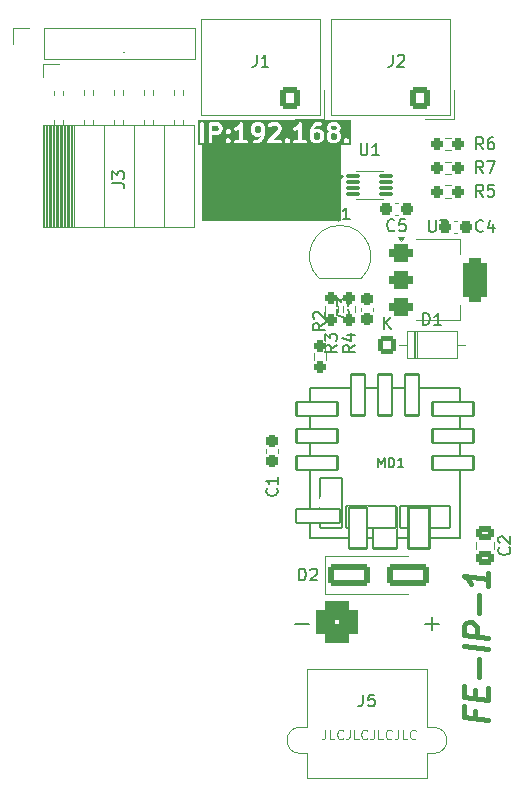
<source format=gbr>
%TF.GenerationSoftware,KiCad,Pcbnew,9.0.2*%
%TF.CreationDate,2025-06-03T21:39:28+09:00*%
%TF.ProjectId,catch25-servo,63617463-6832-4352-9d73-6572766f2e6b,rev?*%
%TF.SameCoordinates,Original*%
%TF.FileFunction,Legend,Top*%
%TF.FilePolarity,Positive*%
%FSLAX46Y46*%
G04 Gerber Fmt 4.6, Leading zero omitted, Abs format (unit mm)*
G04 Created by KiCad (PCBNEW 9.0.2) date 2025-06-03 21:39:28*
%MOMM*%
%LPD*%
G01*
G04 APERTURE LIST*
G04 Aperture macros list*
%AMRoundRect*
0 Rectangle with rounded corners*
0 $1 Rounding radius*
0 $2 $3 $4 $5 $6 $7 $8 $9 X,Y pos of 4 corners*
0 Add a 4 corners polygon primitive as box body*
4,1,4,$2,$3,$4,$5,$6,$7,$8,$9,$2,$3,0*
0 Add four circle primitives for the rounded corners*
1,1,$1+$1,$2,$3*
1,1,$1+$1,$4,$5*
1,1,$1+$1,$6,$7*
1,1,$1+$1,$8,$9*
0 Add four rect primitives between the rounded corners*
20,1,$1+$1,$2,$3,$4,$5,0*
20,1,$1+$1,$4,$5,$6,$7,0*
20,1,$1+$1,$6,$7,$8,$9,0*
20,1,$1+$1,$8,$9,$2,$3,0*%
G04 Aperture macros list end*
%ADD10C,0.300000*%
%ADD11C,0.100000*%
%ADD12C,0.400000*%
%ADD13C,0.150000*%
%ADD14C,0.120000*%
%ADD15C,0.250000*%
%ADD16RoundRect,0.237500X-0.237500X0.300000X-0.237500X-0.300000X0.237500X-0.300000X0.237500X0.300000X0*%
%ADD17RoundRect,0.375000X-0.625000X-0.375000X0.625000X-0.375000X0.625000X0.375000X-0.625000X0.375000X0*%
%ADD18RoundRect,0.500000X-0.500000X-1.400000X0.500000X-1.400000X0.500000X1.400000X-0.500000X1.400000X0*%
%ADD19RoundRect,0.250000X-0.475000X0.337500X-0.475000X-0.337500X0.475000X-0.337500X0.475000X0.337500X0*%
%ADD20RoundRect,0.250000X0.600000X0.675000X-0.600000X0.675000X-0.600000X-0.675000X0.600000X-0.675000X0*%
%ADD21O,1.700000X1.850000*%
%ADD22RoundRect,0.102000X1.749750X0.571500X-1.749750X0.571500X-1.749750X-0.571500X1.749750X-0.571500X0*%
%ADD23RoundRect,0.102000X2.095500X0.952500X-2.095500X0.952500X-2.095500X-0.952500X2.095500X-0.952500X0*%
%ADD24C,1.905000*%
%ADD25RoundRect,0.102000X0.892875X1.749750X-0.892875X1.749750X-0.892875X-1.749750X0.892875X-1.749750X0*%
%ADD26RoundRect,0.102000X1.000000X1.749750X-1.000000X1.749750X-1.000000X-1.749750X1.000000X-1.749750X0*%
%ADD27RoundRect,0.102000X0.785750X1.749750X-0.785750X1.749750X-0.785750X-1.749750X0.785750X-1.749750X0*%
%ADD28RoundRect,0.102000X0.952500X2.095500X-0.952500X2.095500X-0.952500X-2.095500X0.952500X-2.095500X0*%
%ADD29RoundRect,0.102000X1.874875X0.571500X-1.874875X0.571500X-1.874875X-0.571500X1.874875X-0.571500X0*%
%ADD30RoundRect,0.102000X0.571500X1.749750X-0.571500X1.749750X-0.571500X-1.749750X0.571500X-1.749750X0*%
%ADD31RoundRect,0.237500X-0.250000X-0.237500X0.250000X-0.237500X0.250000X0.237500X-0.250000X0.237500X0*%
%ADD32R,1.700000X1.700000*%
%ADD33C,1.700000*%
%ADD34RoundRect,0.237500X0.300000X0.237500X-0.300000X0.237500X-0.300000X-0.237500X0.300000X-0.237500X0*%
%ADD35RoundRect,0.237500X0.237500X-0.300000X0.237500X0.300000X-0.237500X0.300000X-0.237500X-0.300000X0*%
%ADD36RoundRect,0.087500X-0.537500X-0.087500X0.537500X-0.087500X0.537500X0.087500X-0.537500X0.087500X0*%
%ADD37RoundRect,0.250000X-0.550000X-0.550000X0.550000X-0.550000X0.550000X0.550000X-0.550000X0.550000X0*%
%ADD38C,1.600000*%
%ADD39RoundRect,0.237500X0.237500X-0.250000X0.237500X0.250000X-0.237500X0.250000X-0.237500X-0.250000X0*%
%ADD40RoundRect,0.237500X-0.300000X-0.237500X0.300000X-0.237500X0.300000X0.237500X-0.300000X0.237500X0*%
%ADD41R,1.050000X1.500000*%
%ADD42O,1.050000X1.500000*%
%ADD43C,1.400000*%
%ADD44RoundRect,0.770000X0.980000X0.980000X-0.980000X0.980000X-0.980000X-0.980000X0.980000X-0.980000X0*%
%ADD45C,3.500000*%
%ADD46RoundRect,0.250000X-1.500000X-0.650000X1.500000X-0.650000X1.500000X0.650000X-1.500000X0.650000X0*%
G04 APERTURE END LIST*
D10*
G36*
X-20534343Y55504465D02*
G01*
X-20497339Y55467461D01*
X-20452632Y55378048D01*
X-20452632Y55091726D01*
X-20497340Y55002312D01*
X-20534344Y54965307D01*
X-20623757Y54920600D01*
X-20838651Y54920600D01*
X-20928064Y54965307D01*
X-20965070Y55002313D01*
X-21009775Y55091725D01*
X-21009775Y55378049D01*
X-20965070Y55467460D01*
X-20928065Y55504465D01*
X-20838651Y55549172D01*
X-20623757Y55549172D01*
X-20534343Y55504465D01*
G37*
G36*
X-15534344Y54933037D02*
G01*
X-15497341Y54896033D01*
X-15452633Y54806619D01*
X-15452633Y54520297D01*
X-15497341Y54430883D01*
X-15534344Y54393879D01*
X-15623757Y54349172D01*
X-15838652Y54349172D01*
X-15928066Y54393879D01*
X-15965071Y54430884D01*
X-16009776Y54520296D01*
X-16009776Y54806620D01*
X-15965071Y54896032D01*
X-15928066Y54933037D01*
X-15838652Y54977743D01*
X-15623757Y54977743D01*
X-15534344Y54933037D01*
G37*
G36*
X-14105773Y54861608D02*
G01*
X-14068769Y54824604D01*
X-14024062Y54735190D01*
X-14024062Y54520297D01*
X-14068770Y54430883D01*
X-14105773Y54393879D01*
X-14195186Y54349172D01*
X-14410081Y54349172D01*
X-14499495Y54393879D01*
X-14536500Y54430884D01*
X-14581205Y54520296D01*
X-14581205Y54735191D01*
X-14536499Y54824605D01*
X-14499495Y54861608D01*
X-14410081Y54906315D01*
X-14195187Y54906315D01*
X-14105773Y54861608D01*
G37*
G36*
X-14105773Y55504465D02*
G01*
X-14068769Y55467461D01*
X-14024062Y55378048D01*
X-14024062Y55377440D01*
X-14068770Y55288026D01*
X-14105773Y55251022D01*
X-14195186Y55206315D01*
X-14410081Y55206315D01*
X-14499495Y55251022D01*
X-14536500Y55288027D01*
X-14581205Y55377439D01*
X-14581205Y55378049D01*
X-14536500Y55467460D01*
X-14499495Y55504465D01*
X-14410081Y55549172D01*
X-14195187Y55549172D01*
X-14105773Y55504465D01*
G37*
G36*
X-24105771Y55504465D02*
G01*
X-24068767Y55467461D01*
X-24024061Y55378049D01*
X-24024061Y55234582D01*
X-24068768Y55145169D01*
X-24105773Y55108164D01*
X-24195185Y55063458D01*
X-24581204Y55063458D01*
X-24581204Y55549172D01*
X-24195185Y55549172D01*
X-24105771Y55504465D01*
G37*
G36*
X-12845992Y53882505D02*
G01*
X-25762157Y53882505D01*
X-25762157Y55699172D01*
X-25595490Y55699172D01*
X-25595490Y54199172D01*
X-25592608Y54169908D01*
X-25570210Y54115836D01*
X-25528826Y54074452D01*
X-25474754Y54052054D01*
X-25416226Y54052054D01*
X-25362154Y54074452D01*
X-25320770Y54115836D01*
X-25298372Y54169908D01*
X-25295490Y54199172D01*
X-25295490Y55699172D01*
X-24881204Y55699172D01*
X-24881204Y54199172D01*
X-24878322Y54169908D01*
X-24855924Y54115836D01*
X-24814540Y54074452D01*
X-24760468Y54052054D01*
X-24701940Y54052054D01*
X-24647868Y54074452D01*
X-24606484Y54115836D01*
X-24584086Y54169908D01*
X-24581204Y54199172D01*
X-24581204Y54299862D01*
X-23449750Y54299862D01*
X-23449750Y54241336D01*
X-23447524Y54235963D01*
X-23427353Y54187265D01*
X-23408698Y54164534D01*
X-23337270Y54093106D01*
X-23314540Y54074451D01*
X-23292143Y54065175D01*
X-23260468Y54052054D01*
X-23201940Y54052054D01*
X-23161373Y54068858D01*
X-23147869Y54074451D01*
X-23147865Y54074456D01*
X-23125139Y54093105D01*
X-23053710Y54164533D01*
X-23035055Y54187264D01*
X-23035054Y54187265D01*
X-23012657Y54241337D01*
X-23012657Y54299863D01*
X-23035054Y54353935D01*
X-23053709Y54376666D01*
X-23125138Y54448095D01*
X-23147869Y54466750D01*
X-23179543Y54479870D01*
X-23201940Y54489147D01*
X-23260468Y54489147D01*
X-23282865Y54479870D01*
X-23314539Y54466750D01*
X-23314540Y54466749D01*
X-23337271Y54448094D01*
X-23408699Y54376665D01*
X-23427349Y54353940D01*
X-23427353Y54353935D01*
X-23447523Y54305238D01*
X-23449750Y54299862D01*
X-24581204Y54299862D01*
X-24581204Y54763458D01*
X-24159775Y54763458D01*
X-24130511Y54766340D01*
X-24125533Y54768403D01*
X-24120157Y54768784D01*
X-24092693Y54779294D01*
X-23949836Y54850722D01*
X-23937243Y54858650D01*
X-23933583Y54860165D01*
X-23929464Y54863547D01*
X-23924950Y54866387D01*
X-23922354Y54869381D01*
X-23910852Y54878820D01*
X-23839423Y54950249D01*
X-23829982Y54961754D01*
X-23826990Y54964348D01*
X-23824152Y54968858D01*
X-23820768Y54972980D01*
X-23819252Y54976642D01*
X-23811325Y54989233D01*
X-23763153Y55085578D01*
X-23449750Y55085578D01*
X-23449750Y55027052D01*
X-23427353Y54972980D01*
X-23427349Y54972976D01*
X-23408699Y54950250D01*
X-23337271Y54878821D01*
X-23314540Y54860166D01*
X-23314539Y54860165D01*
X-23291741Y54850722D01*
X-23260468Y54837768D01*
X-23260467Y54837768D01*
X-23201942Y54837768D01*
X-23201941Y54837768D01*
X-23201940Y54837768D01*
X-23170667Y54850722D01*
X-23147869Y54860165D01*
X-23125138Y54878820D01*
X-23053709Y54950249D01*
X-23035054Y54972980D01*
X-23012657Y55027052D01*
X-23012657Y55085578D01*
X-23035054Y55139650D01*
X-23035055Y55139651D01*
X-23053710Y55162382D01*
X-23125139Y55233810D01*
X-23147865Y55252460D01*
X-23147869Y55252464D01*
X-23163706Y55259024D01*
X-23201940Y55274861D01*
X-23260468Y55274861D01*
X-23291738Y55261908D01*
X-23314540Y55252464D01*
X-23337270Y55233809D01*
X-23408698Y55162381D01*
X-23427353Y55139650D01*
X-23437217Y55115836D01*
X-23447524Y55090951D01*
X-23449750Y55085578D01*
X-23763153Y55085578D01*
X-23739897Y55132091D01*
X-23729387Y55159554D01*
X-23729006Y55164930D01*
X-23726943Y55169908D01*
X-23724061Y55199172D01*
X-23724061Y55289361D01*
X-22737168Y55289361D01*
X-22733019Y55230981D01*
X-22706845Y55178632D01*
X-22662630Y55140285D01*
X-22607107Y55121778D01*
X-22548727Y55125927D01*
X-22521264Y55136436D01*
X-22378407Y55207865D01*
X-22365814Y55215793D01*
X-22362154Y55217308D01*
X-22358035Y55220690D01*
X-22353521Y55223530D01*
X-22350925Y55226524D01*
X-22339423Y55235963D01*
X-22309775Y55265611D01*
X-22309775Y54349172D01*
X-22588346Y54349172D01*
X-22617610Y54346290D01*
X-22671682Y54323892D01*
X-22713066Y54282508D01*
X-22735464Y54228436D01*
X-22735464Y54169908D01*
X-22713066Y54115836D01*
X-22671682Y54074452D01*
X-22617610Y54052054D01*
X-22588346Y54049172D01*
X-21731203Y54049172D01*
X-21701939Y54052054D01*
X-21647867Y54074452D01*
X-21606483Y54115836D01*
X-21584085Y54169908D01*
X-21584085Y54228436D01*
X-21606483Y54282508D01*
X-21647867Y54323892D01*
X-21701939Y54346290D01*
X-21731203Y54349172D01*
X-22009775Y54349172D01*
X-22009775Y55413458D01*
X-21309775Y55413458D01*
X-21309775Y55056315D01*
X-21306893Y55027051D01*
X-21304831Y55022073D01*
X-21304449Y55016697D01*
X-21293939Y54989233D01*
X-21222511Y54846376D01*
X-21214584Y54833783D01*
X-21213068Y54830123D01*
X-21209687Y54826004D01*
X-21206846Y54821490D01*
X-21203853Y54818894D01*
X-21194413Y54807392D01*
X-21122984Y54735963D01*
X-21111483Y54726525D01*
X-21108886Y54723530D01*
X-21104373Y54720690D01*
X-21100253Y54717308D01*
X-21096594Y54715793D01*
X-21084000Y54707865D01*
X-20941144Y54636436D01*
X-20913680Y54625927D01*
X-20908306Y54625546D01*
X-20903325Y54623482D01*
X-20874061Y54620600D01*
X-20588347Y54620600D01*
X-20559083Y54623482D01*
X-20554106Y54625544D01*
X-20548728Y54625926D01*
X-20521265Y54636436D01*
X-20506845Y54643647D01*
X-20513281Y54617902D01*
X-20633488Y54437592D01*
X-20677202Y54393878D01*
X-20766614Y54349172D01*
X-21016918Y54349172D01*
X-21046182Y54346290D01*
X-21100254Y54323892D01*
X-21141638Y54282508D01*
X-21164036Y54228436D01*
X-21164036Y54169908D01*
X-21141638Y54115836D01*
X-21100254Y54074452D01*
X-21046182Y54052054D01*
X-21016918Y54049172D01*
X-20731204Y54049172D01*
X-20701940Y54052054D01*
X-20696962Y54054117D01*
X-20691586Y54054498D01*
X-20664122Y54065008D01*
X-20521265Y54136436D01*
X-20508672Y54144364D01*
X-20505012Y54145879D01*
X-20500893Y54149261D01*
X-20496379Y54152101D01*
X-20493783Y54155095D01*
X-20482281Y54164534D01*
X-20418379Y54228436D01*
X-19949751Y54228436D01*
X-19949751Y54169908D01*
X-19945462Y54159554D01*
X-19927354Y54115837D01*
X-19885968Y54074451D01*
X-19863170Y54065008D01*
X-19831897Y54052054D01*
X-19802633Y54049172D01*
X-18874061Y54049172D01*
X-18844797Y54052054D01*
X-18790725Y54074452D01*
X-18749341Y54115836D01*
X-18726943Y54169908D01*
X-18726943Y54228436D01*
X-18749341Y54282508D01*
X-18766695Y54299862D01*
X-18449751Y54299862D01*
X-18449751Y54241336D01*
X-18447525Y54235963D01*
X-18427354Y54187265D01*
X-18408699Y54164534D01*
X-18337271Y54093106D01*
X-18314541Y54074451D01*
X-18292144Y54065175D01*
X-18260469Y54052054D01*
X-18201941Y54052054D01*
X-18161374Y54068858D01*
X-18147870Y54074451D01*
X-18147866Y54074456D01*
X-18125140Y54093105D01*
X-18053711Y54164533D01*
X-18035056Y54187264D01*
X-18035055Y54187265D01*
X-18012658Y54241337D01*
X-18012658Y54299863D01*
X-18035055Y54353935D01*
X-18053710Y54376666D01*
X-18125139Y54448095D01*
X-18147870Y54466750D01*
X-18179544Y54479870D01*
X-18201941Y54489147D01*
X-18260469Y54489147D01*
X-18282866Y54479870D01*
X-18314540Y54466750D01*
X-18314541Y54466749D01*
X-18337272Y54448094D01*
X-18408700Y54376665D01*
X-18427350Y54353940D01*
X-18427354Y54353935D01*
X-18447524Y54305238D01*
X-18449751Y54299862D01*
X-18766695Y54299862D01*
X-18790725Y54323892D01*
X-18844797Y54346290D01*
X-18874061Y54349172D01*
X-19440501Y54349172D01*
X-18839424Y54950249D01*
X-18820769Y54972979D01*
X-18818706Y54977961D01*
X-18815176Y54982030D01*
X-18803188Y55008880D01*
X-18731759Y55223165D01*
X-18728460Y55237675D01*
X-18726943Y55241336D01*
X-18726421Y55246645D01*
X-18725239Y55251839D01*
X-18725520Y55255789D01*
X-18724061Y55270600D01*
X-18724061Y55289361D01*
X-17737169Y55289361D01*
X-17733020Y55230981D01*
X-17706846Y55178632D01*
X-17662631Y55140285D01*
X-17607108Y55121778D01*
X-17548728Y55125927D01*
X-17521265Y55136436D01*
X-17378408Y55207865D01*
X-17365815Y55215793D01*
X-17362155Y55217308D01*
X-17358036Y55220690D01*
X-17353522Y55223530D01*
X-17350926Y55226524D01*
X-17339424Y55235963D01*
X-17309776Y55265611D01*
X-17309776Y54349172D01*
X-17588347Y54349172D01*
X-17617611Y54346290D01*
X-17671683Y54323892D01*
X-17713067Y54282508D01*
X-17735465Y54228436D01*
X-17735465Y54169908D01*
X-17713067Y54115836D01*
X-17671683Y54074452D01*
X-17617611Y54052054D01*
X-17588347Y54049172D01*
X-16731204Y54049172D01*
X-16701940Y54052054D01*
X-16647868Y54074452D01*
X-16606484Y54115836D01*
X-16584086Y54169908D01*
X-16584086Y54228436D01*
X-16606484Y54282508D01*
X-16647868Y54323892D01*
X-16701940Y54346290D01*
X-16731204Y54349172D01*
X-17009776Y54349172D01*
X-17009776Y55056315D01*
X-16309776Y55056315D01*
X-16309776Y54484886D01*
X-16306894Y54455622D01*
X-16304832Y54450644D01*
X-16304450Y54445268D01*
X-16293940Y54417804D01*
X-16222512Y54274947D01*
X-16214585Y54262354D01*
X-16213069Y54258694D01*
X-16209688Y54254575D01*
X-16206847Y54250061D01*
X-16203854Y54247465D01*
X-16194414Y54235963D01*
X-16122985Y54164534D01*
X-16111481Y54155093D01*
X-16108886Y54152101D01*
X-16104377Y54149263D01*
X-16100254Y54145879D01*
X-16096593Y54144363D01*
X-16084001Y54136436D01*
X-15941143Y54065008D01*
X-15913680Y54054498D01*
X-15908305Y54054117D01*
X-15903326Y54052054D01*
X-15874062Y54049172D01*
X-15588348Y54049172D01*
X-15559084Y54052054D01*
X-15554106Y54054117D01*
X-15548730Y54054498D01*
X-15521267Y54065008D01*
X-15378408Y54136436D01*
X-15365814Y54144365D01*
X-15362154Y54145880D01*
X-15358034Y54149262D01*
X-15353523Y54152101D01*
X-15350929Y54155093D01*
X-15339423Y54164535D01*
X-15267995Y54235964D01*
X-15258557Y54247465D01*
X-15255563Y54250061D01*
X-15252723Y54254574D01*
X-15249341Y54258694D01*
X-15247826Y54262354D01*
X-15239898Y54274947D01*
X-15168469Y54417803D01*
X-15157960Y54445267D01*
X-15157579Y54450642D01*
X-15155515Y54455622D01*
X-15152633Y54484886D01*
X-15152633Y54842029D01*
X-15155515Y54871293D01*
X-15157579Y54876274D01*
X-15157960Y54881648D01*
X-15168469Y54909112D01*
X-15239898Y55051968D01*
X-15247826Y55064562D01*
X-15249341Y55068221D01*
X-15252723Y55072342D01*
X-15255563Y55076854D01*
X-15258557Y55079451D01*
X-15267995Y55090951D01*
X-15339423Y55162380D01*
X-15350929Y55171823D01*
X-15353523Y55174814D01*
X-15358034Y55177654D01*
X-15362154Y55181035D01*
X-15365814Y55182551D01*
X-15378408Y55190479D01*
X-15521267Y55261907D01*
X-15548730Y55272417D01*
X-15554106Y55272799D01*
X-15559084Y55274861D01*
X-15588348Y55277743D01*
X-15874062Y55277743D01*
X-15903326Y55274861D01*
X-15908305Y55272799D01*
X-15913680Y55272417D01*
X-15941143Y55261907D01*
X-15955566Y55254697D01*
X-15949129Y55280443D01*
X-15860452Y55413458D01*
X-14881205Y55413458D01*
X-14881205Y55342029D01*
X-14878323Y55312765D01*
X-14876261Y55307787D01*
X-14875879Y55302411D01*
X-14865369Y55274947D01*
X-14793941Y55132090D01*
X-14786014Y55119497D01*
X-14784498Y55115837D01*
X-14781117Y55111718D01*
X-14778276Y55107204D01*
X-14775283Y55104608D01*
X-14765843Y55093106D01*
X-14729052Y55056315D01*
X-14765842Y55019525D01*
X-14775285Y55008020D01*
X-14778276Y55005425D01*
X-14781116Y55000915D01*
X-14784497Y54996794D01*
X-14786013Y54993135D01*
X-14793941Y54980540D01*
X-14865369Y54837681D01*
X-14875879Y54810218D01*
X-14876261Y54804843D01*
X-14878323Y54799864D01*
X-14881205Y54770600D01*
X-14881205Y54484886D01*
X-14878323Y54455622D01*
X-14876261Y54450644D01*
X-14875879Y54445268D01*
X-14865369Y54417804D01*
X-14793941Y54274947D01*
X-14786014Y54262354D01*
X-14784498Y54258694D01*
X-14781117Y54254575D01*
X-14778276Y54250061D01*
X-14775283Y54247465D01*
X-14765843Y54235963D01*
X-14694414Y54164534D01*
X-14682910Y54155093D01*
X-14680315Y54152101D01*
X-14675806Y54149263D01*
X-14671683Y54145879D01*
X-14668022Y54144363D01*
X-14655430Y54136436D01*
X-14512572Y54065008D01*
X-14485109Y54054498D01*
X-14479734Y54054117D01*
X-14474755Y54052054D01*
X-14445491Y54049172D01*
X-14159777Y54049172D01*
X-14130513Y54052054D01*
X-14125535Y54054117D01*
X-14120159Y54054498D01*
X-14092696Y54065008D01*
X-13949837Y54136436D01*
X-13937243Y54144365D01*
X-13933583Y54145880D01*
X-13929463Y54149262D01*
X-13924952Y54152101D01*
X-13922358Y54155093D01*
X-13910852Y54164535D01*
X-13839424Y54235964D01*
X-13829986Y54247465D01*
X-13826992Y54250061D01*
X-13824152Y54254574D01*
X-13820770Y54258694D01*
X-13819255Y54262354D01*
X-13811327Y54274947D01*
X-13798869Y54299862D01*
X-13449752Y54299862D01*
X-13449752Y54241336D01*
X-13447526Y54235963D01*
X-13427355Y54187265D01*
X-13408700Y54164534D01*
X-13337272Y54093106D01*
X-13314542Y54074451D01*
X-13292145Y54065175D01*
X-13260470Y54052054D01*
X-13201942Y54052054D01*
X-13161375Y54068858D01*
X-13147871Y54074451D01*
X-13147867Y54074456D01*
X-13125141Y54093105D01*
X-13053712Y54164533D01*
X-13035057Y54187264D01*
X-13035056Y54187265D01*
X-13012659Y54241337D01*
X-13012659Y54299863D01*
X-13035056Y54353935D01*
X-13053711Y54376666D01*
X-13125140Y54448095D01*
X-13147871Y54466750D01*
X-13179545Y54479870D01*
X-13201942Y54489147D01*
X-13260470Y54489147D01*
X-13282867Y54479870D01*
X-13314541Y54466750D01*
X-13314542Y54466749D01*
X-13337273Y54448094D01*
X-13408701Y54376665D01*
X-13427351Y54353940D01*
X-13427355Y54353935D01*
X-13447525Y54305238D01*
X-13449752Y54299862D01*
X-13798869Y54299862D01*
X-13739898Y54417803D01*
X-13729389Y54445267D01*
X-13729008Y54450642D01*
X-13726944Y54455622D01*
X-13724062Y54484886D01*
X-13724062Y54770600D01*
X-13726944Y54799864D01*
X-13729006Y54804842D01*
X-13729388Y54810219D01*
X-13739898Y54837682D01*
X-13811327Y54980540D01*
X-13819254Y54993132D01*
X-13820770Y54996794D01*
X-13824154Y55000917D01*
X-13826992Y55005426D01*
X-13829985Y55008022D01*
X-13839425Y55019524D01*
X-13876216Y55056315D01*
X-13839424Y55093107D01*
X-13829986Y55104608D01*
X-13826992Y55107204D01*
X-13824152Y55111717D01*
X-13820770Y55115837D01*
X-13819255Y55119497D01*
X-13811327Y55132090D01*
X-13739898Y55274946D01*
X-13729389Y55302410D01*
X-13729008Y55307785D01*
X-13726944Y55312765D01*
X-13724062Y55342029D01*
X-13724062Y55413458D01*
X-13726944Y55442722D01*
X-13729008Y55447703D01*
X-13729389Y55453077D01*
X-13739898Y55480541D01*
X-13811327Y55623397D01*
X-13819254Y55635989D01*
X-13820770Y55639651D01*
X-13824154Y55643774D01*
X-13826992Y55648283D01*
X-13829985Y55650879D01*
X-13839425Y55662381D01*
X-13910853Y55733809D01*
X-13922355Y55743249D01*
X-13924951Y55746242D01*
X-13929465Y55749083D01*
X-13933584Y55752464D01*
X-13937244Y55753980D01*
X-13949837Y55761907D01*
X-14092695Y55833336D01*
X-14120158Y55843846D01*
X-14125536Y55844229D01*
X-14130513Y55846290D01*
X-14159777Y55849172D01*
X-14445491Y55849172D01*
X-14474755Y55846290D01*
X-14479736Y55844227D01*
X-14485110Y55843845D01*
X-14512574Y55833336D01*
X-14655430Y55761907D01*
X-14668024Y55753980D01*
X-14671683Y55752464D01*
X-14675804Y55749083D01*
X-14680316Y55746242D01*
X-14682913Y55743249D01*
X-14694413Y55733810D01*
X-14765842Y55662382D01*
X-14775282Y55650880D01*
X-14778276Y55648283D01*
X-14781118Y55643769D01*
X-14784497Y55639651D01*
X-14786013Y55635993D01*
X-14793941Y55623397D01*
X-14865369Y55480540D01*
X-14875879Y55453076D01*
X-14876261Y55447701D01*
X-14878323Y55442722D01*
X-14881205Y55413458D01*
X-15860452Y55413458D01*
X-15828924Y55460750D01*
X-15785208Y55504466D01*
X-15695795Y55549172D01*
X-15445490Y55549172D01*
X-15416226Y55552054D01*
X-15362154Y55574452D01*
X-15320770Y55615836D01*
X-15298372Y55669908D01*
X-15298372Y55728436D01*
X-15320770Y55782508D01*
X-15362154Y55823892D01*
X-15416226Y55846290D01*
X-15445490Y55849172D01*
X-15731205Y55849172D01*
X-15760469Y55846290D01*
X-15765450Y55844227D01*
X-15770824Y55843845D01*
X-15798288Y55833336D01*
X-15941144Y55761907D01*
X-15953736Y55753981D01*
X-15957398Y55752464D01*
X-15961521Y55749081D01*
X-15966030Y55746242D01*
X-15968626Y55743250D01*
X-15980128Y55733809D01*
X-16051556Y55662381D01*
X-16051621Y55662302D01*
X-16051667Y55662271D01*
X-16060990Y55650886D01*
X-16070211Y55639650D01*
X-16070232Y55639600D01*
X-16070297Y55639520D01*
X-16213155Y55425234D01*
X-16221770Y55409079D01*
X-16223976Y55406100D01*
X-16225233Y55402584D01*
X-16226990Y55399287D01*
X-16227710Y55395650D01*
X-16233869Y55378409D01*
X-16305297Y55092695D01*
X-16306047Y55087624D01*
X-16306894Y55085579D01*
X-16307980Y55074557D01*
X-16309599Y55063606D01*
X-16309274Y55061419D01*
X-16309776Y55056315D01*
X-17009776Y55056315D01*
X-17009776Y55699172D01*
X-17009787Y55699278D01*
X-17009776Y55699330D01*
X-17009807Y55699484D01*
X-17012658Y55728436D01*
X-17018342Y55742157D01*
X-17021254Y55756719D01*
X-17029433Y55768932D01*
X-17035056Y55782508D01*
X-17045555Y55793007D01*
X-17053820Y55805349D01*
X-17066051Y55813503D01*
X-17076440Y55823892D01*
X-17090159Y55829575D01*
X-17102519Y55837815D01*
X-17116938Y55840668D01*
X-17130512Y55846290D01*
X-17145363Y55846290D01*
X-17159933Y55849172D01*
X-17174343Y55846290D01*
X-17189040Y55846290D01*
X-17202762Y55840607D01*
X-17217323Y55837694D01*
X-17229536Y55829516D01*
X-17243112Y55823892D01*
X-17253611Y55813394D01*
X-17265953Y55805128D01*
X-17284385Y55782620D01*
X-17284496Y55782508D01*
X-17284517Y55782458D01*
X-17284583Y55782377D01*
X-17419203Y55580449D01*
X-17534344Y55465308D01*
X-17655429Y55404764D01*
X-17680315Y55389099D01*
X-17718662Y55344884D01*
X-17737169Y55289361D01*
X-18724061Y55289361D01*
X-18724061Y55413458D01*
X-18726943Y55442722D01*
X-18729007Y55447703D01*
X-18729388Y55453077D01*
X-18739897Y55480541D01*
X-18811326Y55623397D01*
X-18819253Y55635989D01*
X-18820769Y55639651D01*
X-18824153Y55643774D01*
X-18826991Y55648283D01*
X-18829984Y55650879D01*
X-18839424Y55662381D01*
X-18910852Y55733809D01*
X-18922354Y55743249D01*
X-18924950Y55746242D01*
X-18929464Y55749083D01*
X-18933583Y55752464D01*
X-18937243Y55753980D01*
X-18949836Y55761907D01*
X-19092694Y55833336D01*
X-19120157Y55843846D01*
X-19125535Y55844229D01*
X-19130512Y55846290D01*
X-19159776Y55849172D01*
X-19516918Y55849172D01*
X-19546182Y55846290D01*
X-19551160Y55844229D01*
X-19556537Y55843846D01*
X-19584000Y55833336D01*
X-19726858Y55761907D01*
X-19739450Y55753981D01*
X-19743112Y55752464D01*
X-19747235Y55749081D01*
X-19751744Y55746242D01*
X-19754340Y55743250D01*
X-19765842Y55733809D01*
X-19837270Y55662381D01*
X-19855925Y55639650D01*
X-19878322Y55585578D01*
X-19878322Y55527052D01*
X-19855925Y55472980D01*
X-19814539Y55431594D01*
X-19760467Y55409197D01*
X-19701941Y55409197D01*
X-19647869Y55431594D01*
X-19625138Y55450249D01*
X-19570922Y55504465D01*
X-19481508Y55549172D01*
X-19195186Y55549172D01*
X-19105772Y55504465D01*
X-19068768Y55467461D01*
X-19024061Y55378048D01*
X-19024061Y55294941D01*
X-19076595Y55137343D01*
X-19908699Y54305238D01*
X-19927354Y54282507D01*
X-19940057Y54251838D01*
X-19949751Y54228436D01*
X-20418379Y54228436D01*
X-20410852Y54235963D01*
X-20410786Y54236045D01*
X-20410741Y54236074D01*
X-20401375Y54247511D01*
X-20392197Y54258694D01*
X-20392178Y54258743D01*
X-20392110Y54258824D01*
X-20249253Y54473110D01*
X-20240640Y54489266D01*
X-20238433Y54492243D01*
X-20237177Y54495760D01*
X-20235418Y54499058D01*
X-20234699Y54502697D01*
X-20228540Y54519934D01*
X-20157111Y54805648D01*
X-20156361Y54810721D01*
X-20155514Y54812765D01*
X-20154429Y54823785D01*
X-20152809Y54834737D01*
X-20153135Y54836926D01*
X-20152632Y54842029D01*
X-20152632Y55413458D01*
X-20155514Y55442722D01*
X-20157578Y55447703D01*
X-20157959Y55453077D01*
X-20168468Y55480541D01*
X-20239897Y55623397D01*
X-20247824Y55635989D01*
X-20249340Y55639651D01*
X-20252724Y55643774D01*
X-20255562Y55648283D01*
X-20258555Y55650879D01*
X-20267995Y55662381D01*
X-20339423Y55733809D01*
X-20350925Y55743249D01*
X-20353521Y55746242D01*
X-20358035Y55749083D01*
X-20362154Y55752464D01*
X-20365814Y55753980D01*
X-20378407Y55761907D01*
X-20521265Y55833336D01*
X-20548728Y55843846D01*
X-20554106Y55844229D01*
X-20559083Y55846290D01*
X-20588347Y55849172D01*
X-20874061Y55849172D01*
X-20903325Y55846290D01*
X-20908306Y55844227D01*
X-20913680Y55843845D01*
X-20941144Y55833336D01*
X-21084000Y55761907D01*
X-21096594Y55753980D01*
X-21100253Y55752464D01*
X-21104374Y55749083D01*
X-21108886Y55746242D01*
X-21111483Y55743249D01*
X-21122983Y55733810D01*
X-21194412Y55662382D01*
X-21203852Y55650880D01*
X-21206846Y55648283D01*
X-21209688Y55643769D01*
X-21213067Y55639651D01*
X-21214583Y55635993D01*
X-21222511Y55623397D01*
X-21293939Y55480540D01*
X-21304449Y55453076D01*
X-21304831Y55447701D01*
X-21306893Y55442722D01*
X-21309775Y55413458D01*
X-22009775Y55413458D01*
X-22009775Y55699172D01*
X-22009786Y55699278D01*
X-22009775Y55699330D01*
X-22009806Y55699484D01*
X-22012657Y55728436D01*
X-22018341Y55742157D01*
X-22021253Y55756719D01*
X-22029432Y55768932D01*
X-22035055Y55782508D01*
X-22045554Y55793007D01*
X-22053819Y55805349D01*
X-22066050Y55813503D01*
X-22076439Y55823892D01*
X-22090158Y55829575D01*
X-22102518Y55837815D01*
X-22116937Y55840668D01*
X-22130511Y55846290D01*
X-22145362Y55846290D01*
X-22159932Y55849172D01*
X-22174342Y55846290D01*
X-22189039Y55846290D01*
X-22202761Y55840607D01*
X-22217322Y55837694D01*
X-22229535Y55829516D01*
X-22243111Y55823892D01*
X-22253610Y55813394D01*
X-22265952Y55805128D01*
X-22284384Y55782620D01*
X-22284495Y55782508D01*
X-22284516Y55782458D01*
X-22284582Y55782377D01*
X-22419202Y55580449D01*
X-22534343Y55465308D01*
X-22655428Y55404764D01*
X-22680314Y55389099D01*
X-22718661Y55344884D01*
X-22737168Y55289361D01*
X-23724061Y55289361D01*
X-23724061Y55413458D01*
X-23726943Y55442722D01*
X-23729006Y55447701D01*
X-23729387Y55453076D01*
X-23739897Y55480539D01*
X-23811325Y55623397D01*
X-23819254Y55635992D01*
X-23820769Y55639651D01*
X-23824151Y55643772D01*
X-23826990Y55648282D01*
X-23829982Y55650877D01*
X-23839424Y55662382D01*
X-23910853Y55733810D01*
X-23922353Y55743248D01*
X-23924950Y55746242D01*
X-23929467Y55749085D01*
X-23933584Y55752464D01*
X-23937241Y55753979D01*
X-23949836Y55761907D01*
X-24092693Y55833336D01*
X-24120156Y55843845D01*
X-24125531Y55844227D01*
X-24130511Y55846290D01*
X-24159775Y55849172D01*
X-24731204Y55849172D01*
X-24760468Y55846290D01*
X-24814540Y55823892D01*
X-24855924Y55782508D01*
X-24878322Y55728436D01*
X-24881204Y55699172D01*
X-25295490Y55699172D01*
X-25298372Y55728436D01*
X-25320770Y55782508D01*
X-25362154Y55823892D01*
X-25416226Y55846290D01*
X-25474754Y55846290D01*
X-25528826Y55823892D01*
X-25570210Y55782508D01*
X-25592608Y55728436D01*
X-25595490Y55699172D01*
X-25762157Y55699172D01*
X-25762157Y56015839D01*
X-12845992Y56015839D01*
X-12845992Y53882505D01*
G37*
D11*
X-25500000Y53950000D02*
X-13770000Y53950000D01*
X-13770000Y47550000D01*
X-25500000Y47550000D01*
X-25500000Y53950000D01*
G36*
X-25500000Y53950000D02*
G01*
X-13770000Y53950000D01*
X-13770000Y47550000D01*
X-25500000Y47550000D01*
X-25500000Y53950000D01*
G37*
X-15015164Y4403105D02*
X-15015164Y3831677D01*
X-15015164Y3831677D02*
X-15053259Y3717391D01*
X-15053259Y3717391D02*
X-15129450Y3641200D01*
X-15129450Y3641200D02*
X-15243735Y3603105D01*
X-15243735Y3603105D02*
X-15319926Y3603105D01*
X-14253259Y3603105D02*
X-14634211Y3603105D01*
X-14634211Y3603105D02*
X-14634211Y4403105D01*
X-13529449Y3679296D02*
X-13567545Y3641200D01*
X-13567545Y3641200D02*
X-13681830Y3603105D01*
X-13681830Y3603105D02*
X-13758021Y3603105D01*
X-13758021Y3603105D02*
X-13872307Y3641200D01*
X-13872307Y3641200D02*
X-13948497Y3717391D01*
X-13948497Y3717391D02*
X-13986592Y3793581D01*
X-13986592Y3793581D02*
X-14024688Y3945962D01*
X-14024688Y3945962D02*
X-14024688Y4060248D01*
X-14024688Y4060248D02*
X-13986592Y4212629D01*
X-13986592Y4212629D02*
X-13948497Y4288820D01*
X-13948497Y4288820D02*
X-13872307Y4365010D01*
X-13872307Y4365010D02*
X-13758021Y4403105D01*
X-13758021Y4403105D02*
X-13681830Y4403105D01*
X-13681830Y4403105D02*
X-13567545Y4365010D01*
X-13567545Y4365010D02*
X-13529449Y4326915D01*
X-12958021Y4403105D02*
X-12958021Y3831677D01*
X-12958021Y3831677D02*
X-12996116Y3717391D01*
X-12996116Y3717391D02*
X-13072307Y3641200D01*
X-13072307Y3641200D02*
X-13186592Y3603105D01*
X-13186592Y3603105D02*
X-13262783Y3603105D01*
X-12196116Y3603105D02*
X-12577068Y3603105D01*
X-12577068Y3603105D02*
X-12577068Y4403105D01*
X-11472306Y3679296D02*
X-11510402Y3641200D01*
X-11510402Y3641200D02*
X-11624687Y3603105D01*
X-11624687Y3603105D02*
X-11700878Y3603105D01*
X-11700878Y3603105D02*
X-11815164Y3641200D01*
X-11815164Y3641200D02*
X-11891354Y3717391D01*
X-11891354Y3717391D02*
X-11929449Y3793581D01*
X-11929449Y3793581D02*
X-11967545Y3945962D01*
X-11967545Y3945962D02*
X-11967545Y4060248D01*
X-11967545Y4060248D02*
X-11929449Y4212629D01*
X-11929449Y4212629D02*
X-11891354Y4288820D01*
X-11891354Y4288820D02*
X-11815164Y4365010D01*
X-11815164Y4365010D02*
X-11700878Y4403105D01*
X-11700878Y4403105D02*
X-11624687Y4403105D01*
X-11624687Y4403105D02*
X-11510402Y4365010D01*
X-11510402Y4365010D02*
X-11472306Y4326915D01*
X-10900878Y4403105D02*
X-10900878Y3831677D01*
X-10900878Y3831677D02*
X-10938973Y3717391D01*
X-10938973Y3717391D02*
X-11015164Y3641200D01*
X-11015164Y3641200D02*
X-11129449Y3603105D01*
X-11129449Y3603105D02*
X-11205640Y3603105D01*
X-10138973Y3603105D02*
X-10519925Y3603105D01*
X-10519925Y3603105D02*
X-10519925Y4403105D01*
X-9415163Y3679296D02*
X-9453259Y3641200D01*
X-9453259Y3641200D02*
X-9567544Y3603105D01*
X-9567544Y3603105D02*
X-9643735Y3603105D01*
X-9643735Y3603105D02*
X-9758021Y3641200D01*
X-9758021Y3641200D02*
X-9834211Y3717391D01*
X-9834211Y3717391D02*
X-9872306Y3793581D01*
X-9872306Y3793581D02*
X-9910402Y3945962D01*
X-9910402Y3945962D02*
X-9910402Y4060248D01*
X-9910402Y4060248D02*
X-9872306Y4212629D01*
X-9872306Y4212629D02*
X-9834211Y4288820D01*
X-9834211Y4288820D02*
X-9758021Y4365010D01*
X-9758021Y4365010D02*
X-9643735Y4403105D01*
X-9643735Y4403105D02*
X-9567544Y4403105D01*
X-9567544Y4403105D02*
X-9453259Y4365010D01*
X-9453259Y4365010D02*
X-9415163Y4326915D01*
X-8843735Y4403105D02*
X-8843735Y3831677D01*
X-8843735Y3831677D02*
X-8881830Y3717391D01*
X-8881830Y3717391D02*
X-8958021Y3641200D01*
X-8958021Y3641200D02*
X-9072306Y3603105D01*
X-9072306Y3603105D02*
X-9148497Y3603105D01*
X-8081830Y3603105D02*
X-8462782Y3603105D01*
X-8462782Y3603105D02*
X-8462782Y4403105D01*
X-7358020Y3679296D02*
X-7396116Y3641200D01*
X-7396116Y3641200D02*
X-7510401Y3603105D01*
X-7510401Y3603105D02*
X-7586592Y3603105D01*
X-7586592Y3603105D02*
X-7700878Y3641200D01*
X-7700878Y3641200D02*
X-7777068Y3717391D01*
X-7777068Y3717391D02*
X-7815163Y3793581D01*
X-7815163Y3793581D02*
X-7853259Y3945962D01*
X-7853259Y3945962D02*
X-7853259Y4060248D01*
X-7853259Y4060248D02*
X-7815163Y4212629D01*
X-7815163Y4212629D02*
X-7777068Y4288820D01*
X-7777068Y4288820D02*
X-7700878Y4365010D01*
X-7700878Y4365010D02*
X-7586592Y4403105D01*
X-7586592Y4403105D02*
X-7510401Y4403105D01*
X-7510401Y4403105D02*
X-7396116Y4365010D01*
X-7396116Y4365010D02*
X-7358020Y4326915D01*
D12*
X-2313181Y6025062D02*
X-2313181Y5358396D01*
X-1265562Y5227443D02*
X-3265562Y5477443D01*
X-3265562Y5477443D02*
X-3265562Y6429824D01*
X-2313181Y7072682D02*
X-2313181Y7739348D01*
X-1265562Y7894110D02*
X-1265562Y6941729D01*
X-1265562Y6941729D02*
X-3265562Y7191729D01*
X-3265562Y7191729D02*
X-3265562Y8144110D01*
X-2027467Y8846491D02*
X-2027467Y10370301D01*
X-1265562Y11227443D02*
X-3265562Y11477443D01*
X-1265562Y12179824D02*
X-3265562Y12429824D01*
X-3265562Y12429824D02*
X-3265562Y13191729D01*
X-3265562Y13191729D02*
X-3170324Y13370300D01*
X-3170324Y13370300D02*
X-3075086Y13453634D01*
X-3075086Y13453634D02*
X-2884610Y13525062D01*
X-2884610Y13525062D02*
X-2598896Y13489348D01*
X-2598896Y13489348D02*
X-2408420Y13370300D01*
X-2408420Y13370300D02*
X-2313181Y13263158D01*
X-2313181Y13263158D02*
X-2217943Y13060777D01*
X-2217943Y13060777D02*
X-2217943Y12298872D01*
X-2027467Y14275062D02*
X-2027467Y15798872D01*
X-1265562Y17703633D02*
X-1265562Y16560776D01*
X-1265562Y17132205D02*
X-3265562Y17382205D01*
X-3265562Y17382205D02*
X-2979848Y17156014D01*
X-2979848Y17156014D02*
X-2789372Y16941728D01*
X-2789372Y16941728D02*
X-2694134Y16739348D01*
D13*
X-13140420Y39979601D02*
X-13092800Y39931982D01*
X-13092800Y39931982D02*
X-13045181Y39789125D01*
X-13045181Y39789125D02*
X-13045181Y39693887D01*
X-13045181Y39693887D02*
X-13092800Y39551030D01*
X-13092800Y39551030D02*
X-13188039Y39455792D01*
X-13188039Y39455792D02*
X-13283277Y39408173D01*
X-13283277Y39408173D02*
X-13473753Y39360554D01*
X-13473753Y39360554D02*
X-13616610Y39360554D01*
X-13616610Y39360554D02*
X-13807086Y39408173D01*
X-13807086Y39408173D02*
X-13902324Y39455792D01*
X-13902324Y39455792D02*
X-13997562Y39551030D01*
X-13997562Y39551030D02*
X-14045181Y39693887D01*
X-14045181Y39693887D02*
X-14045181Y39789125D01*
X-14045181Y39789125D02*
X-13997562Y39931982D01*
X-13997562Y39931982D02*
X-13949943Y39979601D01*
X-14045181Y40312935D02*
X-14045181Y40931982D01*
X-14045181Y40931982D02*
X-13664229Y40598649D01*
X-13664229Y40598649D02*
X-13664229Y40741506D01*
X-13664229Y40741506D02*
X-13616610Y40836744D01*
X-13616610Y40836744D02*
X-13568991Y40884363D01*
X-13568991Y40884363D02*
X-13473753Y40931982D01*
X-13473753Y40931982D02*
X-13235658Y40931982D01*
X-13235658Y40931982D02*
X-13140420Y40884363D01*
X-13140420Y40884363D02*
X-13092800Y40836744D01*
X-13092800Y40836744D02*
X-13045181Y40741506D01*
X-13045181Y40741506D02*
X-13045181Y40455792D01*
X-13045181Y40455792D02*
X-13092800Y40360554D01*
X-13092800Y40360554D02*
X-13140420Y40312935D01*
X-6261905Y47545181D02*
X-6261905Y46735658D01*
X-6261905Y46735658D02*
X-6214286Y46640420D01*
X-6214286Y46640420D02*
X-6166667Y46592800D01*
X-6166667Y46592800D02*
X-6071429Y46545181D01*
X-6071429Y46545181D02*
X-5880953Y46545181D01*
X-5880953Y46545181D02*
X-5785715Y46592800D01*
X-5785715Y46592800D02*
X-5738096Y46640420D01*
X-5738096Y46640420D02*
X-5690477Y46735658D01*
X-5690477Y46735658D02*
X-5690477Y47545181D01*
X-5309524Y47545181D02*
X-4690477Y47545181D01*
X-4690477Y47545181D02*
X-5023810Y47164229D01*
X-5023810Y47164229D02*
X-4880953Y47164229D01*
X-4880953Y47164229D02*
X-4785715Y47116610D01*
X-4785715Y47116610D02*
X-4738096Y47068991D01*
X-4738096Y47068991D02*
X-4690477Y46973753D01*
X-4690477Y46973753D02*
X-4690477Y46735658D01*
X-4690477Y46735658D02*
X-4738096Y46640420D01*
X-4738096Y46640420D02*
X-4785715Y46592800D01*
X-4785715Y46592800D02*
X-4880953Y46545181D01*
X-4880953Y46545181D02*
X-5166667Y46545181D01*
X-5166667Y46545181D02*
X-5261905Y46592800D01*
X-5261905Y46592800D02*
X-5309524Y46640420D01*
X539580Y19833334D02*
X587200Y19785715D01*
X587200Y19785715D02*
X634819Y19642858D01*
X634819Y19642858D02*
X634819Y19547620D01*
X634819Y19547620D02*
X587200Y19404763D01*
X587200Y19404763D02*
X491961Y19309525D01*
X491961Y19309525D02*
X396723Y19261906D01*
X396723Y19261906D02*
X206247Y19214287D01*
X206247Y19214287D02*
X63390Y19214287D01*
X63390Y19214287D02*
X-127086Y19261906D01*
X-127086Y19261906D02*
X-222324Y19309525D01*
X-222324Y19309525D02*
X-317562Y19404763D01*
X-317562Y19404763D02*
X-365181Y19547620D01*
X-365181Y19547620D02*
X-365181Y19642858D01*
X-365181Y19642858D02*
X-317562Y19785715D01*
X-317562Y19785715D02*
X-269943Y19833334D01*
X-269943Y20214287D02*
X-317562Y20261906D01*
X-317562Y20261906D02*
X-365181Y20357144D01*
X-365181Y20357144D02*
X-365181Y20595239D01*
X-365181Y20595239D02*
X-317562Y20690477D01*
X-317562Y20690477D02*
X-269943Y20738096D01*
X-269943Y20738096D02*
X-174705Y20785715D01*
X-174705Y20785715D02*
X-79467Y20785715D01*
X-79467Y20785715D02*
X63390Y20738096D01*
X63390Y20738096D02*
X634819Y20166668D01*
X634819Y20166668D02*
X634819Y20785715D01*
X-20833334Y61545181D02*
X-20833334Y60830896D01*
X-20833334Y60830896D02*
X-20880953Y60688039D01*
X-20880953Y60688039D02*
X-20976191Y60592800D01*
X-20976191Y60592800D02*
X-21119048Y60545181D01*
X-21119048Y60545181D02*
X-21214286Y60545181D01*
X-19833334Y60545181D02*
X-20404762Y60545181D01*
X-20119048Y60545181D02*
X-20119048Y61545181D01*
X-20119048Y61545181D02*
X-20214286Y61402324D01*
X-20214286Y61402324D02*
X-20309524Y61307086D01*
X-20309524Y61307086D02*
X-20404762Y61259467D01*
X-10531122Y26643533D02*
X-10531122Y27430935D01*
X-10531122Y27430935D02*
X-10268654Y26868505D01*
X-10268654Y26868505D02*
X-10006187Y27430935D01*
X-10006187Y27430935D02*
X-10006187Y26643533D01*
X-9631234Y26643533D02*
X-9631234Y27430935D01*
X-9631234Y27430935D02*
X-9443757Y27430935D01*
X-9443757Y27430935D02*
X-9331271Y27393440D01*
X-9331271Y27393440D02*
X-9256280Y27318449D01*
X-9256280Y27318449D02*
X-9218785Y27243458D01*
X-9218785Y27243458D02*
X-9181290Y27093477D01*
X-9181290Y27093477D02*
X-9181290Y26980991D01*
X-9181290Y26980991D02*
X-9218785Y26831010D01*
X-9218785Y26831010D02*
X-9256280Y26756019D01*
X-9256280Y26756019D02*
X-9331271Y26681028D01*
X-9331271Y26681028D02*
X-9443757Y26643533D01*
X-9443757Y26643533D02*
X-9631234Y26643533D01*
X-8431383Y26643533D02*
X-8881327Y26643533D01*
X-8656355Y26643533D02*
X-8656355Y27430935D01*
X-8656355Y27430935D02*
X-8731346Y27318449D01*
X-8731346Y27318449D02*
X-8806336Y27243458D01*
X-8806336Y27243458D02*
X-8881327Y27205963D01*
X-1666667Y51545181D02*
X-2000000Y52021372D01*
X-2238095Y51545181D02*
X-2238095Y52545181D01*
X-2238095Y52545181D02*
X-1857143Y52545181D01*
X-1857143Y52545181D02*
X-1761905Y52497562D01*
X-1761905Y52497562D02*
X-1714286Y52449943D01*
X-1714286Y52449943D02*
X-1666667Y52354705D01*
X-1666667Y52354705D02*
X-1666667Y52211848D01*
X-1666667Y52211848D02*
X-1714286Y52116610D01*
X-1714286Y52116610D02*
X-1761905Y52068991D01*
X-1761905Y52068991D02*
X-1857143Y52021372D01*
X-1857143Y52021372D02*
X-2238095Y52021372D01*
X-1333333Y52545181D02*
X-666667Y52545181D01*
X-666667Y52545181D02*
X-1095238Y51545181D01*
X-33045181Y62166667D02*
X-32330896Y62166667D01*
X-32330896Y62166667D02*
X-32188039Y62119048D01*
X-32188039Y62119048D02*
X-32092800Y62023810D01*
X-32092800Y62023810D02*
X-32045181Y61880953D01*
X-32045181Y61880953D02*
X-32045181Y61785715D01*
X-32711848Y63071429D02*
X-32045181Y63071429D01*
X-33092800Y62833334D02*
X-32378515Y62595239D01*
X-32378515Y62595239D02*
X-32378515Y63214286D01*
X-9166667Y46710420D02*
X-9214286Y46662800D01*
X-9214286Y46662800D02*
X-9357143Y46615181D01*
X-9357143Y46615181D02*
X-9452381Y46615181D01*
X-9452381Y46615181D02*
X-9595238Y46662800D01*
X-9595238Y46662800D02*
X-9690476Y46758039D01*
X-9690476Y46758039D02*
X-9738095Y46853277D01*
X-9738095Y46853277D02*
X-9785714Y47043753D01*
X-9785714Y47043753D02*
X-9785714Y47186610D01*
X-9785714Y47186610D02*
X-9738095Y47377086D01*
X-9738095Y47377086D02*
X-9690476Y47472324D01*
X-9690476Y47472324D02*
X-9595238Y47567562D01*
X-9595238Y47567562D02*
X-9452381Y47615181D01*
X-9452381Y47615181D02*
X-9357143Y47615181D01*
X-9357143Y47615181D02*
X-9214286Y47567562D01*
X-9214286Y47567562D02*
X-9166667Y47519943D01*
X-8261905Y47615181D02*
X-8738095Y47615181D01*
X-8738095Y47615181D02*
X-8785714Y47138991D01*
X-8785714Y47138991D02*
X-8738095Y47186610D01*
X-8738095Y47186610D02*
X-8642857Y47234229D01*
X-8642857Y47234229D02*
X-8404762Y47234229D01*
X-8404762Y47234229D02*
X-8309524Y47186610D01*
X-8309524Y47186610D02*
X-8261905Y47138991D01*
X-8261905Y47138991D02*
X-8214286Y47043753D01*
X-8214286Y47043753D02*
X-8214286Y46805658D01*
X-8214286Y46805658D02*
X-8261905Y46710420D01*
X-8261905Y46710420D02*
X-8309524Y46662800D01*
X-8309524Y46662800D02*
X-8404762Y46615181D01*
X-8404762Y46615181D02*
X-8642857Y46615181D01*
X-8642857Y46615181D02*
X-8738095Y46662800D01*
X-8738095Y46662800D02*
X-8785714Y46710420D01*
X-19140420Y24833334D02*
X-19092800Y24785715D01*
X-19092800Y24785715D02*
X-19045181Y24642858D01*
X-19045181Y24642858D02*
X-19045181Y24547620D01*
X-19045181Y24547620D02*
X-19092800Y24404763D01*
X-19092800Y24404763D02*
X-19188039Y24309525D01*
X-19188039Y24309525D02*
X-19283277Y24261906D01*
X-19283277Y24261906D02*
X-19473753Y24214287D01*
X-19473753Y24214287D02*
X-19616610Y24214287D01*
X-19616610Y24214287D02*
X-19807086Y24261906D01*
X-19807086Y24261906D02*
X-19902324Y24309525D01*
X-19902324Y24309525D02*
X-19997562Y24404763D01*
X-19997562Y24404763D02*
X-20045181Y24547620D01*
X-20045181Y24547620D02*
X-20045181Y24642858D01*
X-20045181Y24642858D02*
X-19997562Y24785715D01*
X-19997562Y24785715D02*
X-19949943Y24833334D01*
X-19045181Y25785715D02*
X-19045181Y25214287D01*
X-19045181Y25500001D02*
X-20045181Y25500001D01*
X-20045181Y25500001D02*
X-19902324Y25404763D01*
X-19902324Y25404763D02*
X-19807086Y25309525D01*
X-19807086Y25309525D02*
X-19759467Y25214287D01*
X-12036905Y54045181D02*
X-12036905Y53235658D01*
X-12036905Y53235658D02*
X-11989286Y53140420D01*
X-11989286Y53140420D02*
X-11941667Y53092800D01*
X-11941667Y53092800D02*
X-11846429Y53045181D01*
X-11846429Y53045181D02*
X-11655953Y53045181D01*
X-11655953Y53045181D02*
X-11560715Y53092800D01*
X-11560715Y53092800D02*
X-11513096Y53140420D01*
X-11513096Y53140420D02*
X-11465477Y53235658D01*
X-11465477Y53235658D02*
X-11465477Y54045181D01*
X-10465477Y53045181D02*
X-11036905Y53045181D01*
X-10751191Y53045181D02*
X-10751191Y54045181D01*
X-10751191Y54045181D02*
X-10846429Y53902324D01*
X-10846429Y53902324D02*
X-10941667Y53807086D01*
X-10941667Y53807086D02*
X-11036905Y53759467D01*
X-6738095Y38665181D02*
X-6738095Y39665181D01*
X-6738095Y39665181D02*
X-6500000Y39665181D01*
X-6500000Y39665181D02*
X-6357143Y39617562D01*
X-6357143Y39617562D02*
X-6261905Y39522324D01*
X-6261905Y39522324D02*
X-6214286Y39427086D01*
X-6214286Y39427086D02*
X-6166667Y39236610D01*
X-6166667Y39236610D02*
X-6166667Y39093753D01*
X-6166667Y39093753D02*
X-6214286Y38903277D01*
X-6214286Y38903277D02*
X-6261905Y38808039D01*
X-6261905Y38808039D02*
X-6357143Y38712800D01*
X-6357143Y38712800D02*
X-6500000Y38665181D01*
X-6500000Y38665181D02*
X-6738095Y38665181D01*
X-5214286Y38665181D02*
X-5785714Y38665181D01*
X-5500000Y38665181D02*
X-5500000Y39665181D01*
X-5500000Y39665181D02*
X-5595238Y39522324D01*
X-5595238Y39522324D02*
X-5690476Y39427086D01*
X-5690476Y39427086D02*
X-5785714Y39379467D01*
X-10071905Y38345181D02*
X-10071905Y39345181D01*
X-9500477Y38345181D02*
X-9929048Y38916610D01*
X-9500477Y39345181D02*
X-10071905Y38773753D01*
X-1666667Y49545181D02*
X-2000000Y50021372D01*
X-2238095Y49545181D02*
X-2238095Y50545181D01*
X-2238095Y50545181D02*
X-1857143Y50545181D01*
X-1857143Y50545181D02*
X-1761905Y50497562D01*
X-1761905Y50497562D02*
X-1714286Y50449943D01*
X-1714286Y50449943D02*
X-1666667Y50354705D01*
X-1666667Y50354705D02*
X-1666667Y50211848D01*
X-1666667Y50211848D02*
X-1714286Y50116610D01*
X-1714286Y50116610D02*
X-1761905Y50068991D01*
X-1761905Y50068991D02*
X-1857143Y50021372D01*
X-1857143Y50021372D02*
X-2238095Y50021372D01*
X-761905Y50545181D02*
X-1238095Y50545181D01*
X-1238095Y50545181D02*
X-1285714Y50068991D01*
X-1285714Y50068991D02*
X-1238095Y50116610D01*
X-1238095Y50116610D02*
X-1142857Y50164229D01*
X-1142857Y50164229D02*
X-904762Y50164229D01*
X-904762Y50164229D02*
X-809524Y50116610D01*
X-809524Y50116610D02*
X-761905Y50068991D01*
X-761905Y50068991D02*
X-714286Y49973753D01*
X-714286Y49973753D02*
X-714286Y49735658D01*
X-714286Y49735658D02*
X-761905Y49640420D01*
X-761905Y49640420D02*
X-809524Y49592800D01*
X-809524Y49592800D02*
X-904762Y49545181D01*
X-904762Y49545181D02*
X-1142857Y49545181D01*
X-1142857Y49545181D02*
X-1238095Y49592800D01*
X-1238095Y49592800D02*
X-1285714Y49640420D01*
X-15045181Y38833334D02*
X-15521372Y38500001D01*
X-15045181Y38261906D02*
X-16045181Y38261906D01*
X-16045181Y38261906D02*
X-16045181Y38642858D01*
X-16045181Y38642858D02*
X-15997562Y38738096D01*
X-15997562Y38738096D02*
X-15949943Y38785715D01*
X-15949943Y38785715D02*
X-15854705Y38833334D01*
X-15854705Y38833334D02*
X-15711848Y38833334D01*
X-15711848Y38833334D02*
X-15616610Y38785715D01*
X-15616610Y38785715D02*
X-15568991Y38738096D01*
X-15568991Y38738096D02*
X-15521372Y38642858D01*
X-15521372Y38642858D02*
X-15521372Y38261906D01*
X-15949943Y39214287D02*
X-15997562Y39261906D01*
X-15997562Y39261906D02*
X-16045181Y39357144D01*
X-16045181Y39357144D02*
X-16045181Y39595239D01*
X-16045181Y39595239D02*
X-15997562Y39690477D01*
X-15997562Y39690477D02*
X-15949943Y39738096D01*
X-15949943Y39738096D02*
X-15854705Y39785715D01*
X-15854705Y39785715D02*
X-15759467Y39785715D01*
X-15759467Y39785715D02*
X-15616610Y39738096D01*
X-15616610Y39738096D02*
X-15045181Y39166668D01*
X-15045181Y39166668D02*
X-15045181Y39785715D01*
X-12545181Y36973334D02*
X-13021372Y36640001D01*
X-12545181Y36401906D02*
X-13545181Y36401906D01*
X-13545181Y36401906D02*
X-13545181Y36782858D01*
X-13545181Y36782858D02*
X-13497562Y36878096D01*
X-13497562Y36878096D02*
X-13449943Y36925715D01*
X-13449943Y36925715D02*
X-13354705Y36973334D01*
X-13354705Y36973334D02*
X-13211848Y36973334D01*
X-13211848Y36973334D02*
X-13116610Y36925715D01*
X-13116610Y36925715D02*
X-13068991Y36878096D01*
X-13068991Y36878096D02*
X-13021372Y36782858D01*
X-13021372Y36782858D02*
X-13021372Y36401906D01*
X-13211848Y37830477D02*
X-12545181Y37830477D01*
X-13592800Y37592382D02*
X-12878515Y37354287D01*
X-12878515Y37354287D02*
X-12878515Y37973334D01*
X-33045181Y50666667D02*
X-32330896Y50666667D01*
X-32330896Y50666667D02*
X-32188039Y50619048D01*
X-32188039Y50619048D02*
X-32092800Y50523810D01*
X-32092800Y50523810D02*
X-32045181Y50380953D01*
X-32045181Y50380953D02*
X-32045181Y50285715D01*
X-33045181Y51047620D02*
X-33045181Y51666667D01*
X-33045181Y51666667D02*
X-32664229Y51333334D01*
X-32664229Y51333334D02*
X-32664229Y51476191D01*
X-32664229Y51476191D02*
X-32616610Y51571429D01*
X-32616610Y51571429D02*
X-32568991Y51619048D01*
X-32568991Y51619048D02*
X-32473753Y51666667D01*
X-32473753Y51666667D02*
X-32235658Y51666667D01*
X-32235658Y51666667D02*
X-32140420Y51619048D01*
X-32140420Y51619048D02*
X-32092800Y51571429D01*
X-32092800Y51571429D02*
X-32045181Y51476191D01*
X-32045181Y51476191D02*
X-32045181Y51190477D01*
X-32045181Y51190477D02*
X-32092800Y51095239D01*
X-32092800Y51095239D02*
X-32140420Y51047620D01*
X-9333334Y61545181D02*
X-9333334Y60830896D01*
X-9333334Y60830896D02*
X-9380953Y60688039D01*
X-9380953Y60688039D02*
X-9476191Y60592800D01*
X-9476191Y60592800D02*
X-9619048Y60545181D01*
X-9619048Y60545181D02*
X-9714286Y60545181D01*
X-8904762Y61449943D02*
X-8857143Y61497562D01*
X-8857143Y61497562D02*
X-8761905Y61545181D01*
X-8761905Y61545181D02*
X-8523810Y61545181D01*
X-8523810Y61545181D02*
X-8428572Y61497562D01*
X-8428572Y61497562D02*
X-8380953Y61449943D01*
X-8380953Y61449943D02*
X-8333334Y61354705D01*
X-8333334Y61354705D02*
X-8333334Y61259467D01*
X-8333334Y61259467D02*
X-8380953Y61116610D01*
X-8380953Y61116610D02*
X-8952381Y60545181D01*
X-8952381Y60545181D02*
X-8333334Y60545181D01*
X-1666667Y46640420D02*
X-1714286Y46592800D01*
X-1714286Y46592800D02*
X-1857143Y46545181D01*
X-1857143Y46545181D02*
X-1952381Y46545181D01*
X-1952381Y46545181D02*
X-2095238Y46592800D01*
X-2095238Y46592800D02*
X-2190476Y46688039D01*
X-2190476Y46688039D02*
X-2238095Y46783277D01*
X-2238095Y46783277D02*
X-2285714Y46973753D01*
X-2285714Y46973753D02*
X-2285714Y47116610D01*
X-2285714Y47116610D02*
X-2238095Y47307086D01*
X-2238095Y47307086D02*
X-2190476Y47402324D01*
X-2190476Y47402324D02*
X-2095238Y47497562D01*
X-2095238Y47497562D02*
X-1952381Y47545181D01*
X-1952381Y47545181D02*
X-1857143Y47545181D01*
X-1857143Y47545181D02*
X-1714286Y47497562D01*
X-1714286Y47497562D02*
X-1666667Y47449943D01*
X-809524Y47211848D02*
X-809524Y46545181D01*
X-1047619Y47592800D02*
X-1285714Y46878515D01*
X-1285714Y46878515D02*
X-666667Y46878515D01*
X-14045181Y36973334D02*
X-14521372Y36640001D01*
X-14045181Y36401906D02*
X-15045181Y36401906D01*
X-15045181Y36401906D02*
X-15045181Y36782858D01*
X-15045181Y36782858D02*
X-14997562Y36878096D01*
X-14997562Y36878096D02*
X-14949943Y36925715D01*
X-14949943Y36925715D02*
X-14854705Y36973334D01*
X-14854705Y36973334D02*
X-14711848Y36973334D01*
X-14711848Y36973334D02*
X-14616610Y36925715D01*
X-14616610Y36925715D02*
X-14568991Y36878096D01*
X-14568991Y36878096D02*
X-14521372Y36782858D01*
X-14521372Y36782858D02*
X-14521372Y36401906D01*
X-15045181Y37306668D02*
X-15045181Y37925715D01*
X-15045181Y37925715D02*
X-14664229Y37592382D01*
X-14664229Y37592382D02*
X-14664229Y37735239D01*
X-14664229Y37735239D02*
X-14616610Y37830477D01*
X-14616610Y37830477D02*
X-14568991Y37878096D01*
X-14568991Y37878096D02*
X-14473753Y37925715D01*
X-14473753Y37925715D02*
X-14235658Y37925715D01*
X-14235658Y37925715D02*
X-14140420Y37878096D01*
X-14140420Y37878096D02*
X-14092800Y37830477D01*
X-14092800Y37830477D02*
X-14045181Y37735239D01*
X-14045181Y37735239D02*
X-14045181Y37449525D01*
X-14045181Y37449525D02*
X-14092800Y37354287D01*
X-14092800Y37354287D02*
X-14140420Y37306668D01*
X-13865239Y47509943D02*
X-13960477Y47557562D01*
X-13960477Y47557562D02*
X-14055715Y47652800D01*
X-14055715Y47652800D02*
X-14198572Y47795658D01*
X-14198572Y47795658D02*
X-14293810Y47843277D01*
X-14293810Y47843277D02*
X-14389048Y47843277D01*
X-14341429Y47605181D02*
X-14436667Y47652800D01*
X-14436667Y47652800D02*
X-14531905Y47748039D01*
X-14531905Y47748039D02*
X-14579524Y47938515D01*
X-14579524Y47938515D02*
X-14579524Y48271848D01*
X-14579524Y48271848D02*
X-14531905Y48462324D01*
X-14531905Y48462324D02*
X-14436667Y48557562D01*
X-14436667Y48557562D02*
X-14341429Y48605181D01*
X-14341429Y48605181D02*
X-14150953Y48605181D01*
X-14150953Y48605181D02*
X-14055715Y48557562D01*
X-14055715Y48557562D02*
X-13960477Y48462324D01*
X-13960477Y48462324D02*
X-13912858Y48271848D01*
X-13912858Y48271848D02*
X-13912858Y47938515D01*
X-13912858Y47938515D02*
X-13960477Y47748039D01*
X-13960477Y47748039D02*
X-14055715Y47652800D01*
X-14055715Y47652800D02*
X-14150953Y47605181D01*
X-14150953Y47605181D02*
X-14341429Y47605181D01*
X-12960477Y47605181D02*
X-13531905Y47605181D01*
X-13246191Y47605181D02*
X-13246191Y48605181D01*
X-13246191Y48605181D02*
X-13341429Y48462324D01*
X-13341429Y48462324D02*
X-13436667Y48367086D01*
X-13436667Y48367086D02*
X-13531905Y48319467D01*
X-11833334Y7370181D02*
X-11833334Y6655896D01*
X-11833334Y6655896D02*
X-11880953Y6513039D01*
X-11880953Y6513039D02*
X-11976191Y6417800D01*
X-11976191Y6417800D02*
X-12119048Y6370181D01*
X-12119048Y6370181D02*
X-12214286Y6370181D01*
X-10880953Y7370181D02*
X-11357143Y7370181D01*
X-11357143Y7370181D02*
X-11404762Y6893991D01*
X-11404762Y6893991D02*
X-11357143Y6941610D01*
X-11357143Y6941610D02*
X-11261905Y6989229D01*
X-11261905Y6989229D02*
X-11023810Y6989229D01*
X-11023810Y6989229D02*
X-10928572Y6941610D01*
X-10928572Y6941610D02*
X-10880953Y6893991D01*
X-10880953Y6893991D02*
X-10833334Y6798753D01*
X-10833334Y6798753D02*
X-10833334Y6560658D01*
X-10833334Y6560658D02*
X-10880953Y6465420D01*
X-10880953Y6465420D02*
X-10928572Y6417800D01*
X-10928572Y6417800D02*
X-11023810Y6370181D01*
X-11023810Y6370181D02*
X-11261905Y6370181D01*
X-11261905Y6370181D02*
X-11357143Y6417800D01*
X-11357143Y6417800D02*
X-11404762Y6465420D01*
X-6571429Y13385300D02*
X-5428571Y13385300D01*
X-6000000Y12813872D02*
X-6000000Y13956729D01*
X-17571429Y13385300D02*
X-16428571Y13385300D01*
X-17238095Y17045181D02*
X-17238095Y18045181D01*
X-17238095Y18045181D02*
X-17000000Y18045181D01*
X-17000000Y18045181D02*
X-16857143Y17997562D01*
X-16857143Y17997562D02*
X-16761905Y17902324D01*
X-16761905Y17902324D02*
X-16714286Y17807086D01*
X-16714286Y17807086D02*
X-16666667Y17616610D01*
X-16666667Y17616610D02*
X-16666667Y17473753D01*
X-16666667Y17473753D02*
X-16714286Y17283277D01*
X-16714286Y17283277D02*
X-16761905Y17188039D01*
X-16761905Y17188039D02*
X-16857143Y17092800D01*
X-16857143Y17092800D02*
X-17000000Y17045181D01*
X-17000000Y17045181D02*
X-17238095Y17045181D01*
X-16285714Y17949943D02*
X-16238095Y17997562D01*
X-16238095Y17997562D02*
X-16142857Y18045181D01*
X-16142857Y18045181D02*
X-15904762Y18045181D01*
X-15904762Y18045181D02*
X-15809524Y17997562D01*
X-15809524Y17997562D02*
X-15761905Y17949943D01*
X-15761905Y17949943D02*
X-15714286Y17854705D01*
X-15714286Y17854705D02*
X-15714286Y17759467D01*
X-15714286Y17759467D02*
X-15761905Y17616610D01*
X-15761905Y17616610D02*
X-16333333Y17045181D01*
X-16333333Y17045181D02*
X-15714286Y17045181D01*
X-1666667Y53545181D02*
X-2000000Y54021372D01*
X-2238095Y53545181D02*
X-2238095Y54545181D01*
X-2238095Y54545181D02*
X-1857143Y54545181D01*
X-1857143Y54545181D02*
X-1761905Y54497562D01*
X-1761905Y54497562D02*
X-1714286Y54449943D01*
X-1714286Y54449943D02*
X-1666667Y54354705D01*
X-1666667Y54354705D02*
X-1666667Y54211848D01*
X-1666667Y54211848D02*
X-1714286Y54116610D01*
X-1714286Y54116610D02*
X-1761905Y54068991D01*
X-1761905Y54068991D02*
X-1857143Y54021372D01*
X-1857143Y54021372D02*
X-2238095Y54021372D01*
X-809524Y54545181D02*
X-1000000Y54545181D01*
X-1000000Y54545181D02*
X-1095238Y54497562D01*
X-1095238Y54497562D02*
X-1142857Y54449943D01*
X-1142857Y54449943D02*
X-1238095Y54307086D01*
X-1238095Y54307086D02*
X-1285714Y54116610D01*
X-1285714Y54116610D02*
X-1285714Y53735658D01*
X-1285714Y53735658D02*
X-1238095Y53640420D01*
X-1238095Y53640420D02*
X-1190476Y53592800D01*
X-1190476Y53592800D02*
X-1095238Y53545181D01*
X-1095238Y53545181D02*
X-904762Y53545181D01*
X-904762Y53545181D02*
X-809524Y53592800D01*
X-809524Y53592800D02*
X-761905Y53640420D01*
X-761905Y53640420D02*
X-714286Y53735658D01*
X-714286Y53735658D02*
X-714286Y53973753D01*
X-714286Y53973753D02*
X-761905Y54068991D01*
X-761905Y54068991D02*
X-809524Y54116610D01*
X-809524Y54116610D02*
X-904762Y54164229D01*
X-904762Y54164229D02*
X-1095238Y54164229D01*
X-1095238Y54164229D02*
X-1190476Y54116610D01*
X-1190476Y54116610D02*
X-1238095Y54068991D01*
X-1238095Y54068991D02*
X-1285714Y53973753D01*
D14*
%TO.C,C3*%
X-12010000Y40146267D02*
X-12010000Y39853733D01*
X-10990000Y40146267D02*
X-10990000Y39853733D01*
%TO.C,U3*%
X-7350000Y45910000D02*
X-3590000Y45910000D01*
X-7350000Y39090000D02*
X-3590000Y39090000D01*
X-3590000Y45910000D02*
X-3590000Y44650000D01*
X-3590000Y39090000D02*
X-3590000Y40350000D01*
X-8630000Y45810000D02*
X-8870000Y46140000D01*
X-8390000Y46140000D01*
X-8630000Y45810000D01*
G36*
X-8630000Y45810000D02*
G01*
X-8870000Y46140000D01*
X-8390000Y46140000D01*
X-8630000Y45810000D01*
G37*
%TO.C,C2*%
X-765000Y20261252D02*
X-765000Y19738748D01*
X-2235000Y20261252D02*
X-2235000Y19738748D01*
%TO.C,J1*%
X-25560000Y64565000D02*
X-25560000Y56445000D01*
X-25560000Y56445000D02*
X-15440000Y56445000D01*
X-15440000Y64565000D02*
X-25560000Y64565000D01*
X-15440000Y56445000D02*
X-15440000Y64565000D01*
X-15140000Y58555000D02*
X-15140000Y56145000D01*
X-15140000Y56145000D02*
X-17550000Y56145000D01*
D13*
%TO.C,MD1*%
X-16350000Y33350000D02*
X-16350000Y20650000D01*
X-3650000Y33350000D02*
X-16350000Y33350000D01*
X-3650000Y33350000D02*
X-3650000Y20650000D01*
X-3650000Y20650000D02*
X-16350000Y20650000D01*
D15*
X-2630000Y27000000D02*
G75*
G02*
X-2880000Y27000000I-125000J0D01*
G01*
X-2880000Y27000000D02*
G75*
G02*
X-2630000Y27000000I125000J0D01*
G01*
D14*
%TO.C,R7*%
X-4916317Y52490390D02*
X-4406869Y52490390D01*
X-4916317Y51445390D02*
X-4406869Y51445390D01*
%TO.C,J4*%
X-41450000Y63830000D02*
X-40120000Y63830000D01*
X-41450000Y62500000D02*
X-41450000Y63830000D01*
X-38850000Y63830000D02*
X-26090000Y63830000D01*
X-38850000Y61170000D02*
X-38850000Y63830000D01*
X-38850000Y61170000D02*
X-26090000Y61170000D01*
X-26090000Y61170000D02*
X-26090000Y63830000D01*
%TO.C,C5*%
X-8853733Y49010000D02*
X-9146267Y49010000D01*
X-8853733Y47990000D02*
X-9146267Y47990000D01*
%TO.C,C1*%
X-20010000Y27853733D02*
X-20010000Y28146267D01*
X-18990000Y27853733D02*
X-18990000Y28146267D01*
%TO.C,U1*%
X-11275000Y51685000D02*
X-12425000Y51685000D01*
X-11275000Y51685000D02*
X-10125000Y51685000D01*
X-11275000Y49315000D02*
X-12425000Y49315000D01*
X-11275000Y49315000D02*
X-10125000Y49315000D01*
X-13560000Y51250000D02*
X-13890000Y51010000D01*
X-13890000Y51490000D01*
X-13560000Y51250000D01*
G36*
X-13560000Y51250000D02*
G01*
X-13890000Y51010000D01*
X-13890000Y51490000D01*
X-13560000Y51250000D01*
G37*
%TO.C,D1*%
X-7280000Y38120000D02*
X-7280000Y35880000D01*
X-7400000Y38120000D02*
X-7400000Y35880000D01*
X-7520000Y38120000D02*
X-7520000Y35880000D01*
X-3230000Y37000000D02*
X-3880000Y37000000D01*
X-8770000Y37000000D02*
X-8120000Y37000000D01*
X-8120000Y38120000D02*
X-3880000Y38120000D01*
X-3880000Y35880000D01*
X-8120000Y35880000D01*
X-8120000Y38120000D01*
%TO.C,R5*%
X-4916317Y50490390D02*
X-4406869Y50490390D01*
X-4916317Y49445390D02*
X-4406869Y49445390D01*
%TO.C,R2*%
X-16022500Y35745276D02*
X-16022500Y36254724D01*
X-14977500Y35745276D02*
X-14977500Y36254724D01*
%TO.C,R4*%
X-13522500Y39745276D02*
X-13522500Y40254724D01*
X-12477500Y39745276D02*
X-12477500Y40254724D01*
%TO.C,J3*%
X-38930000Y60735000D02*
X-37600000Y60735000D01*
X-38930000Y59625000D02*
X-38930000Y60735000D01*
X-38930000Y55625000D02*
X-26110000Y55625000D01*
X-38930000Y46995000D02*
X-38930000Y55625000D01*
X-38930000Y46995000D02*
X-26110000Y46995000D01*
X-38810000Y46995000D02*
X-38810000Y55625000D01*
X-38691905Y46995000D02*
X-38691905Y55625000D01*
X-38573810Y46995000D02*
X-38573810Y55625000D01*
X-38455715Y46995000D02*
X-38455715Y55625000D01*
X-38337620Y46995000D02*
X-38337620Y55625000D01*
X-38219525Y46995000D02*
X-38219525Y55625000D01*
X-38101430Y46995000D02*
X-38101430Y55625000D01*
X-37983335Y46995000D02*
X-37983335Y55625000D01*
X-37960000Y58135000D02*
X-37960000Y58515000D01*
X-37960000Y55625000D02*
X-37960000Y56035000D01*
X-37865240Y46995000D02*
X-37865240Y55625000D01*
X-37747145Y46995000D02*
X-37747145Y55625000D01*
X-37629050Y46995000D02*
X-37629050Y55625000D01*
X-37510955Y46995000D02*
X-37510955Y55625000D01*
X-37392860Y46995000D02*
X-37392860Y55625000D01*
X-37274765Y46995000D02*
X-37274765Y55625000D01*
X-37240000Y58135000D02*
X-37240000Y58515000D01*
X-37240000Y55625000D02*
X-37240000Y56035000D01*
X-37156670Y46995000D02*
X-37156670Y55625000D01*
X-37038575Y46995000D02*
X-37038575Y55625000D01*
X-36920480Y46995000D02*
X-36920480Y55625000D01*
X-36802385Y46995000D02*
X-36802385Y55625000D01*
X-36684290Y46995000D02*
X-36684290Y55625000D01*
X-36566195Y46995000D02*
X-36566195Y55625000D01*
X-36448100Y46995000D02*
X-36448100Y55625000D01*
X-36330000Y46995000D02*
X-36330000Y55625000D01*
X-35420000Y58135000D02*
X-35420000Y58575000D01*
X-35420000Y55625000D02*
X-35420000Y56035000D01*
X-34700000Y58135000D02*
X-34700000Y58575000D01*
X-34700000Y55625000D02*
X-34700000Y56035000D01*
X-33790000Y46995000D02*
X-33790000Y55625000D01*
X-32880000Y58135000D02*
X-32880000Y58575000D01*
X-32880000Y55625000D02*
X-32880000Y56035000D01*
X-32160000Y58135000D02*
X-32160000Y58575000D01*
X-32160000Y55625000D02*
X-32160000Y56035000D01*
X-31250000Y46995000D02*
X-31250000Y55625000D01*
X-30340000Y58135000D02*
X-30340000Y58575000D01*
X-30340000Y55625000D02*
X-30340000Y56035000D01*
X-29620000Y58135000D02*
X-29620000Y58575000D01*
X-29620000Y55625000D02*
X-29620000Y56035000D01*
X-28710000Y46995000D02*
X-28710000Y55625000D01*
X-27800000Y58135000D02*
X-27800000Y58575000D01*
X-27800000Y55625000D02*
X-27800000Y56035000D01*
X-27080000Y58135000D02*
X-27080000Y58575000D01*
X-27080000Y55625000D02*
X-27080000Y56035000D01*
X-26110000Y46995000D02*
X-26110000Y55625000D01*
%TO.C,J2*%
X-14560000Y64565000D02*
X-14560000Y56445000D01*
X-14560000Y56445000D02*
X-4440000Y56445000D01*
X-4440000Y64565000D02*
X-14560000Y64565000D01*
X-4440000Y56445000D02*
X-4440000Y64565000D01*
X-4140000Y58555000D02*
X-4140000Y56145000D01*
X-4140000Y56145000D02*
X-6550000Y56145000D01*
%TO.C,C4*%
X-4146267Y47510000D02*
X-3853733Y47510000D01*
X-4146267Y46490000D02*
X-3853733Y46490000D01*
%TO.C,R3*%
X-15022500Y39745276D02*
X-15022500Y40254724D01*
X-13977500Y39745276D02*
X-13977500Y40254724D01*
%TO.C,Q1*%
X-15570000Y42650000D02*
X-11970000Y42650000D01*
X-15608478Y42661522D02*
G75*
G02*
X-13770000Y47100001I1838478J1838478D01*
G01*
X-13770000Y47100000D02*
G75*
G02*
X-11931522Y42661522I0J-2600000D01*
G01*
%TO.C,J5*%
X-16560000Y4610000D02*
X-17150000Y4610000D01*
X-16560000Y4610000D02*
X-16560000Y9510000D01*
X-16560000Y2390000D02*
X-17150000Y2390000D01*
X-16560000Y290000D02*
X-16560000Y2390000D01*
X-6440000Y9510000D02*
X-16560000Y9510000D01*
X-6440000Y4610000D02*
X-6440000Y9510000D01*
X-6440000Y290000D02*
X-16560000Y290000D01*
X-6440000Y290000D02*
X-6440000Y2390000D01*
X-5850000Y4610000D02*
X-6440000Y4610000D01*
X-5850000Y2390000D02*
X-6440000Y2390000D01*
X-17150000Y2390000D02*
G75*
G02*
X-17150000Y4610000I0J1110000D01*
G01*
X-5850000Y4610000D02*
G75*
G02*
X-5850000Y2390000I0J-1110000D01*
G01*
%TO.C,D2*%
X-15010000Y19150000D02*
X-15010000Y15850000D01*
X-15010000Y19150000D02*
X-8000000Y19150000D01*
X-15010000Y15850000D02*
X-8000000Y15850000D01*
%TO.C,R6*%
X-4916317Y54490390D02*
X-4406869Y54490390D01*
X-4916317Y53445390D02*
X-4406869Y53445390D01*
%TD*%
%LPC*%
D16*
%TO.C,C3*%
X-11500000Y39137500D03*
X-11500000Y40862500D03*
%TD*%
D17*
%TO.C,U3*%
X-8650000Y44800000D03*
X-8650000Y42500000D03*
D18*
X-2350000Y42500000D03*
D17*
X-8650000Y40200000D03*
%TD*%
D19*
%TO.C,C2*%
X-1500000Y21037500D03*
X-1500000Y18962500D03*
%TD*%
D20*
%TO.C,J1*%
X-18000000Y57855000D03*
D21*
X-20500000Y57855000D03*
X-23000000Y57855000D03*
%TD*%
D22*
%TO.C,MD1*%
X-4249750Y27000000D03*
D23*
X-6571000Y22428000D03*
D24*
X-6600000Y22400000D03*
D25*
X-7107125Y21500000D03*
D26*
X-10000000Y21500000D03*
D24*
X-11000000Y22400000D03*
D23*
X-11143000Y22428000D03*
D27*
X-12285750Y21500000D03*
D28*
X-14572000Y23571000D03*
D24*
X-14600000Y23600000D03*
D29*
X-15625125Y22500000D03*
D22*
X-15750250Y27000000D03*
X-15750250Y31572000D03*
D30*
X-10000000Y32750250D03*
X-7714000Y32750250D03*
D22*
X-4249750Y31572000D03*
X-4249750Y29286000D03*
X-15750250Y29286000D03*
D30*
X-12286000Y32750250D03*
%TD*%
D31*
%TO.C,R7*%
X-5574093Y51967890D03*
X-3749093Y51967890D03*
%TD*%
D32*
%TO.C,J4*%
X-40120000Y62500000D03*
D33*
X-37580000Y62500000D03*
X-35040000Y62500000D03*
X-32500000Y62500000D03*
X-29960000Y62500000D03*
X-27420000Y62500000D03*
%TD*%
D34*
%TO.C,C5*%
X-8137500Y48500000D03*
X-9862500Y48500000D03*
%TD*%
D35*
%TO.C,C1*%
X-19500000Y27137500D03*
X-19500000Y28862500D03*
%TD*%
D36*
%TO.C,U1*%
X-12675000Y51250000D03*
X-12675000Y50750000D03*
X-12675000Y50250000D03*
X-12675000Y49750000D03*
X-9875000Y49750000D03*
X-9875000Y50250000D03*
X-9875000Y50750000D03*
X-9875000Y51250000D03*
%TD*%
D37*
%TO.C,D1*%
X-9810000Y37000000D03*
D38*
X-2190000Y37000000D03*
%TD*%
D31*
%TO.C,R5*%
X-5574093Y49967890D03*
X-3749093Y49967890D03*
%TD*%
D39*
%TO.C,R2*%
X-15500000Y35087500D03*
X-15500000Y36912500D03*
%TD*%
%TO.C,R4*%
X-13000000Y39087500D03*
X-13000000Y40912500D03*
%TD*%
D32*
%TO.C,J3*%
X-37600000Y59625000D03*
D33*
X-37600000Y57085000D03*
X-35060000Y59625000D03*
X-35060000Y57085000D03*
X-32520000Y59625000D03*
X-32520000Y57085000D03*
X-29980000Y59625000D03*
X-29980000Y57085000D03*
X-27440000Y59625000D03*
X-27440000Y57085000D03*
%TD*%
D20*
%TO.C,J2*%
X-7000000Y57855000D03*
D21*
X-9500000Y57855000D03*
X-12000000Y57855000D03*
%TD*%
D40*
%TO.C,C4*%
X-4862500Y47000000D03*
X-3137500Y47000000D03*
%TD*%
D39*
%TO.C,R3*%
X-14500000Y39087500D03*
X-14500000Y40912500D03*
%TD*%
D41*
%TO.C,Q1*%
X-15040000Y44500000D03*
D42*
X-13770000Y44500000D03*
X-12500000Y44500000D03*
%TD*%
D43*
%TO.C,J5*%
X-6000000Y3500000D03*
X-17000000Y3500000D03*
D44*
X-14000000Y13500000D03*
D45*
X-9000000Y13500000D03*
%TD*%
D46*
%TO.C,D2*%
X-13000000Y17500000D03*
X-8000000Y17500000D03*
%TD*%
D31*
%TO.C,R6*%
X-5574093Y53967890D03*
X-3749093Y53967890D03*
%TD*%
%LPD*%
M02*

</source>
